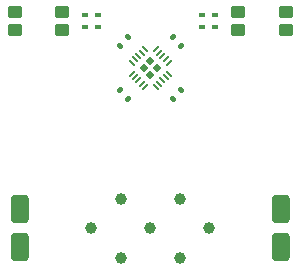
<source format=gbr>
%TF.GenerationSoftware,KiCad,Pcbnew,(6.0.7-1)-1*%
%TF.CreationDate,2022-09-29T17:50:23+03:00*%
%TF.ProjectId,Flux_Capacitor_Micro,466c7578-5f43-4617-9061-6369746f725f,3.0A*%
%TF.SameCoordinates,PX86594f8PY6db8610*%
%TF.FileFunction,Paste,Bot*%
%TF.FilePolarity,Positive*%
%FSLAX46Y46*%
G04 Gerber Fmt 4.6, Leading zero omitted, Abs format (unit mm)*
G04 Created by KiCad (PCBNEW (6.0.7-1)-1) date 2022-09-29 17:50:23*
%MOMM*%
%LPD*%
G01*
G04 APERTURE LIST*
G04 Aperture macros list*
%AMRoundRect*
0 Rectangle with rounded corners*
0 $1 Rounding radius*
0 $2 $3 $4 $5 $6 $7 $8 $9 X,Y pos of 4 corners*
0 Add a 4 corners polygon primitive as box body*
4,1,4,$2,$3,$4,$5,$6,$7,$8,$9,$2,$3,0*
0 Add four circle primitives for the rounded corners*
1,1,$1+$1,$2,$3*
1,1,$1+$1,$4,$5*
1,1,$1+$1,$6,$7*
1,1,$1+$1,$8,$9*
0 Add four rect primitives between the rounded corners*
20,1,$1+$1,$2,$3,$4,$5,0*
20,1,$1+$1,$4,$5,$6,$7,0*
20,1,$1+$1,$6,$7,$8,$9,0*
20,1,$1+$1,$8,$9,$2,$3,0*%
G04 Aperture macros list end*
%ADD10RoundRect,0.100000X-0.150000X0.100000X-0.150000X-0.100000X0.150000X-0.100000X0.150000X0.100000X0*%
%ADD11RoundRect,0.250000X0.375000X0.250000X-0.375000X0.250000X-0.375000X-0.250000X0.375000X-0.250000X0*%
%ADD12C,1.000000*%
%ADD13RoundRect,0.300000X0.450000X0.900000X-0.450000X0.900000X-0.450000X-0.900000X0.450000X-0.900000X0*%
%ADD14RoundRect,0.100000X0.176777X0.035355X0.035355X0.176777X-0.176777X-0.035355X-0.035355X-0.176777X0*%
%ADD15RoundRect,0.100000X-0.035355X0.176777X-0.176777X0.035355X0.035355X-0.176777X0.176777X-0.035355X0*%
%ADD16RoundRect,0.100000X0.150000X-0.100000X0.150000X0.100000X-0.150000X0.100000X-0.150000X-0.100000X0*%
%ADD17RoundRect,0.100000X0.035355X-0.176777X0.176777X-0.035355X-0.035355X0.176777X-0.176777X0.035355X0*%
%ADD18RoundRect,0.082500X0.000000X0.272236X-0.272236X0.000000X0.000000X-0.272236X0.272236X0.000000X0*%
%ADD19RoundRect,0.050000X0.212132X0.282843X-0.282843X-0.212132X-0.212132X-0.282843X0.282843X0.212132X0*%
%ADD20RoundRect,0.050000X-0.212132X0.282843X-0.282843X0.212132X0.212132X-0.282843X0.282843X-0.212132X0*%
G04 APERTURE END LIST*
D10*
X10100000Y29210000D03*
X10100000Y28190000D03*
D11*
X26000000Y27950000D03*
X21950000Y29450000D03*
X26000000Y29450000D03*
X21950000Y27950000D03*
D12*
X12000000Y13650000D03*
D13*
X3450000Y12750000D03*
D12*
X17000000Y8650000D03*
X9500000Y11150000D03*
X17000000Y13650000D03*
X12000000Y8650000D03*
D13*
X3450000Y9550000D03*
D12*
X19500000Y11150000D03*
X14500000Y11150000D03*
D13*
X25550000Y9550000D03*
X25550000Y12750000D03*
D14*
X11889376Y22810624D03*
X12610624Y22089376D03*
D10*
X18900000Y29210000D03*
X18900000Y28190000D03*
D11*
X3000000Y27950000D03*
X7050000Y29450000D03*
X3000000Y29450000D03*
X7050000Y27950000D03*
D15*
X16389376Y22089376D03*
X17110624Y22810624D03*
D16*
X20000000Y29210000D03*
X20000000Y28190000D03*
D17*
X12610624Y27310624D03*
X11889376Y26589376D03*
D14*
X16389376Y27310624D03*
X17110624Y26589376D03*
D16*
X9000000Y29210000D03*
X9000000Y28190000D03*
D18*
X14500000Y24134315D03*
X14500000Y25265685D03*
X15065685Y24700000D03*
X13934315Y24700000D03*
D19*
X14959619Y26290990D03*
X15242462Y26008148D03*
X15525305Y25725305D03*
X15808148Y25442462D03*
X16090990Y25159619D03*
D20*
X16090990Y24240381D03*
X15808148Y23957538D03*
X15525305Y23674695D03*
X15242462Y23391852D03*
X14959619Y23109010D03*
D19*
X14040381Y23109010D03*
X13757538Y23391852D03*
X13474695Y23674695D03*
X13191852Y23957538D03*
X12909010Y24240381D03*
D20*
X12909010Y25159619D03*
X13191852Y25442462D03*
X13474695Y25725305D03*
X13757538Y26008148D03*
X14040381Y26290990D03*
M02*

</source>
